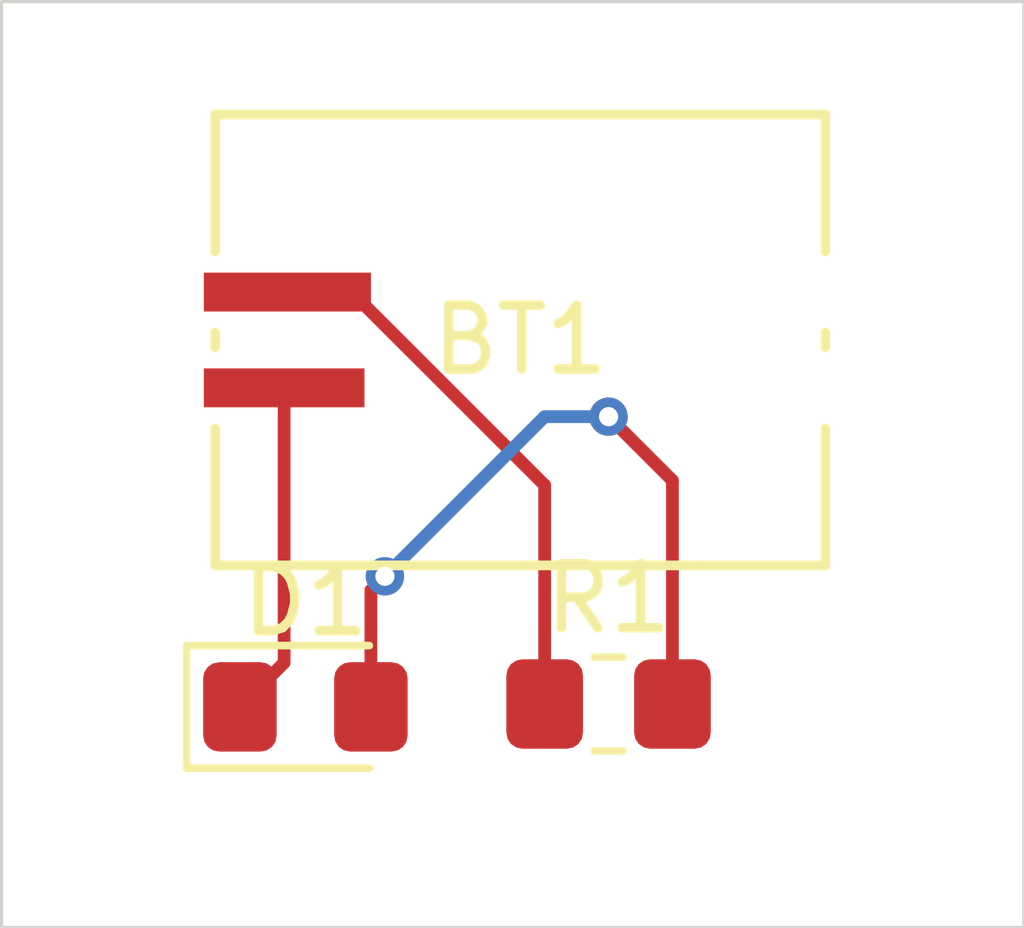
<source format=kicad_pcb>
(kicad_pcb (version 20240108) (generator "pcbnew") (generator_version "8.0")
  (layers (0 "F.Cu" signal) (31 "B.Cu" signal) (34 "B.Paste" user) (35 "F.Paste" user) (36 "B.SilkS" user "B.Silkscreen") (37 "F.SilkS" user "F.Silkscreen") (38 "B.Mask" user) (39 "F.Mask" user) (44 "Edge.Cuts" user))
  (net 0 "")
  (net 1 "Net-(BT1--)")
  (net 2 "Net-(BT1-+)")
  (net 3 "Net-(D1-A)")
  (footprint "Diode_SMD:D_0805_2012Metric_Pad1.15x1.40mm_HandSolder" (layer "F.Cu") (at 69.255 108.045)
    (property "Reference" "D1" (at 0 -1.65 0) (layer "F.SilkS"))
    (property "Value" "LED")
    (fp_line (start -1.86 -0.96) (end -1.86 0.96) (stroke (width 0.12)) (layer "F.SilkS"))
    (fp_line (start -1.86 0.96) (end 1 0.96) (stroke (width 0.12)) (layer "F.SilkS"))
    (fp_line (start 1 -0.96) (end -1.86 -0.96) (stroke (width 0.12)) (layer "F.SilkS"))
    (pad "1" smd roundrect (at -1.025 0) (size 1.15 1.4) (layers "F.Cu" "F.Paste" "F.Mask") (roundrect_rratio 0.217391) (net 1 "Net-(BT1--)"))
    (pad "2" smd roundrect (at 1.025 0) (size 1.15 1.4) (layers "F.Cu" "F.Paste" "F.Mask") (roundrect_rratio 0.217391) (net 3 "Net-(D1-A)"))
  )
  (footprint "FS_3_Global_Footprint_Library:MS621FE-FL11E_SEC" (layer "F.Cu") (at 72.6182 102.2988)
    (property "Reference" "BT1" (at 0 0 0) (layer "F.SilkS"))
    (property "Value" "Battery_Cell")
    (fp_line (start -4.7752 -3.5306) (end -4.7752 -1.387541) (stroke (width 0.1524)) (layer "F.SilkS"))
    (fp_line (start -4.7752 -0.112461) (end -4.7752 0.112461) (stroke (width 0.1524)) (layer "F.SilkS"))
    (fp_line (start -4.7752 1.387541) (end -4.7752 3.5306) (stroke (width 0.1524)) (layer "F.SilkS"))
    (fp_line (start -4.7752 3.5306) (end 4.7752 3.5306) (stroke (width 0.1524)) (layer "F.SilkS"))
    (fp_line (start 4.7752 -3.5306) (end -4.7752 -3.5306) (stroke (width 0.1524)) (layer "F.SilkS"))
    (fp_line (start 4.7752 -1.387541) (end 4.7752 -3.5306) (stroke (width 0.1524)) (layer "F.SilkS"))
    (fp_line (start 4.7752 0.112461) (end 4.7752 -0.112461) (stroke (width 0.1524)) (layer "F.SilkS"))
    (fp_line (start 4.7752 3.5306) (end 4.7752 1.387541) (stroke (width 0.1524)) (layer "F.SilkS"))
    (pad "1" smd rect (at -3.6449 -0.750001) (size 2.6162 0.6096) (layers "F.Cu" "F.Paste" "F.Mask") (net 2 "Net-(BT1-+)"))
    (pad "2" smd rect (at -3.6957 0.750001) (size 2.5146 0.6096) (layers "F.Cu" "F.Paste" "F.Mask") (net 1 "Net-(BT1--)"))
  )
  (footprint "Resistor_SMD:R_0805_2012Metric_Pad1.20x1.40mm_HandSolder" (layer "F.Cu") (at 74 108)
    (property "Reference" "R1" (at 0 -1.65 0) (layer "F.SilkS"))
    (property "Value" "R_US")
    (fp_line (start -0.227064 -0.735) (end 0.227064 -0.735) (stroke (width 0.12)) (layer "F.SilkS"))
    (fp_line (start -0.227064 0.735) (end 0.227064 0.735) (stroke (width 0.12)) (layer "F.SilkS"))
    (pad "1" smd roundrect (at -1 0) (size 1.2 1.4) (layers "F.Cu" "F.Paste" "F.Mask") (roundrect_rratio 0.208333) (net 2 "Net-(BT1-+)"))
    (pad "2" smd roundrect (at 1 0) (size 1.2 1.4) (layers "F.Cu" "F.Paste" "F.Mask") (roundrect_rratio 0.208333) (net 3 "Net-(D1-A)"))
  )
  (gr_rect (start 64.5 97) (end 80.5 111.5) (stroke (width 0.05)) (fill none) (layer "Edge.Cuts"))
  (segment (start 68.9225 107.3525) (end 68.23 108.045) (width 0.2) (layer "F.Cu") (net 1))
  (segment (start 68.9225 103.048801) (end 68.9225 107.3525) (width 0.2) (layer "F.Cu") (net 1))
  (segment (start 69.9766 101.548799) (end 73 104.572199) (width 0.2) (layer "F.Cu") (net 2))
  (segment (start 73 104.572199) (end 73 108) (width 0.2) (layer "F.Cu") (net 2))
  (segment (start 68.9733 101.548799) (end 69.9766 101.548799) (width 0.2) (layer "F.Cu") (net 2))
  (segment (start 70.5 106) (end 70.28 106.22) (width 0.2) (layer "F.Cu") (net 3))
  (segment (start 75 104.5) (end 74 103.5) (width 0.2) (layer "F.Cu") (net 3))
  (segment (start 70.28 106.22) (end 70.28 108.045) (width 0.2) (layer "F.Cu") (net 3))
  (segment (start 75 108) (end 75 104.5) (width 0.2) (layer "F.Cu") (net 3))
  (via (at 74 103.5) (size 0.6) (drill 0.3) (layers "F.Cu" "B.Cu") (net 3))
  (via (at 70.5 106) (size 0.6) (drill 0.3) (layers "F.Cu" "B.Cu") (net 3))
  (segment (start 74 103.5) (end 73 103.5) (width 0.2) (layer "B.Cu") (net 3))
  (segment (start 73 103.5) (end 70.5 106) (width 0.2) (layer "B.Cu") (net 3))
)
</source>
